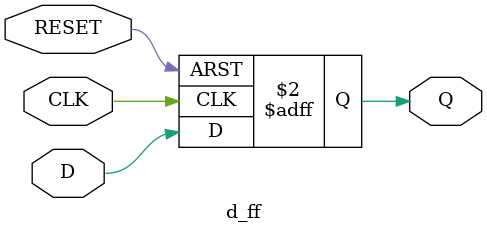
<source format=v>
`timescale 1ns / 1ps

module d_ff(
    input D,
    input CLK,
    input RESET,
    output reg Q
);

always @(posedge CLK or posedge RESET) begin
    if (RESET)
        Q <= 0;
    else
        Q <= D;     // D FF simply stores the input
end

endmodule

</source>
